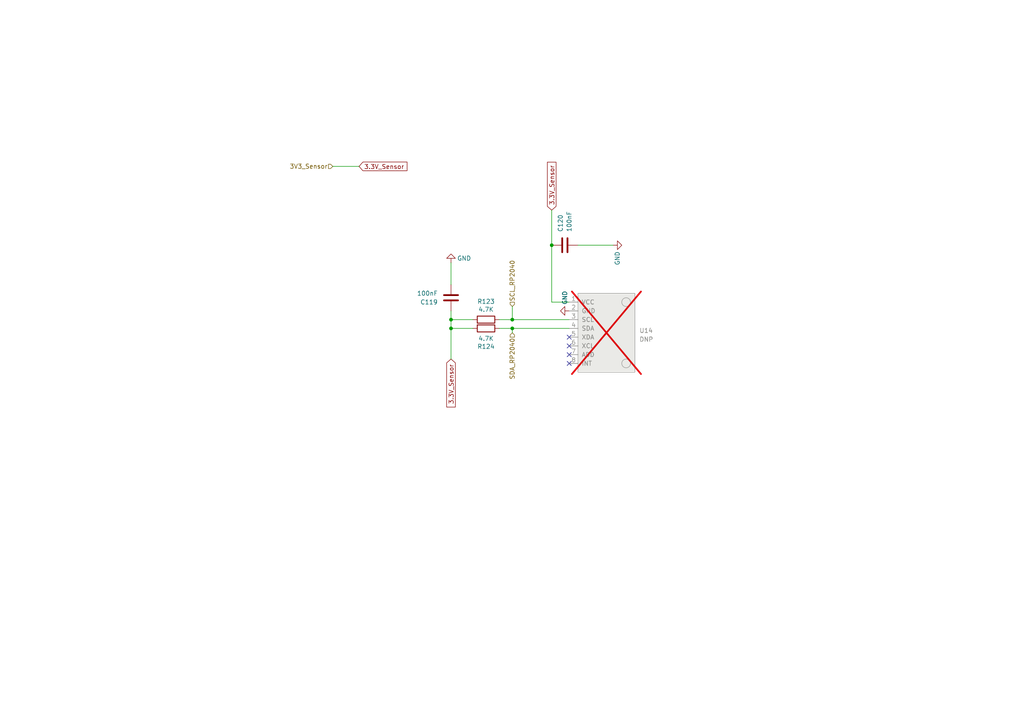
<source format=kicad_sch>
(kicad_sch (version 20231120) (generator "eeschema") (generator_version "8.0")
  (paper "A4")
  (lib_symbols
    (symbol "Device:C" (pin_numbers hide) (pin_names (offset 0.254))
      (property "Reference" "C" (at 0.635 2.54 0))
      (property "Value" "C" (at 0.635 -2.54 0))
      (symbol "C_0_1"
        (polyline (pts (xy -2.032 -0.762) (xy 2.032 -0.762)) (stroke (width 0.508)))
        (polyline (pts (xy -2.032 0.762) (xy 2.032 0.762)) (stroke (width 0.508)))
      )
      (symbol "C_1_1"
        (pin passive line (at 0 3.81 270) (length 2.794) (name "~") (number "1"))
        (pin passive line (at 0 -3.81 90) (length 2.794) (name "~") (number "2"))
      )
    )
    (symbol "Device:R" (pin_numbers hide) (pin_names (offset 0))
      (property "Reference" "R" (at 2.032 0 90))
      (property "Value" "R" (at 0 0 90))
      (symbol "R_0_1"
        (rectangle (start -1.016 -2.54) (end 1.016 2.54) (stroke (width 0.254)))
      )
      (symbol "R_1_1"
        (pin passive line (at 0 3.81 270) (length 1.27) (name "~") (number "1"))
        (pin passive line (at 0 -3.81 90) (length 1.27) (name "~") (number "2"))
      )
    )
    (symbol "Sensor Modules:module_mpu6050" (pin_names (offset 1.016))
      (property "Reference" "U" (at 2.54 21.59 0))
      (property "Value" "module_mpu6050" (at 11.43 -3.81 0))
      (symbol "module_mpu6050_0_1"
        (rectangle (start 2.54 20.32) (end 19.05 -2.54) (fill (type background)))
        (circle (center 16.51 0) (radius 1.27))
        (circle (center 16.51 17.78) (radius 1.27))
      )
      (symbol "module_mpu6050_1_1"
        (pin input line (at 0 17.78 0) (length 2.54) (name "VCC") (number "1"))
        (pin input line (at 0 15.24 0) (length 2.54) (name "GND") (number "2"))
        (pin input line (at 0 12.7 0) (length 2.54) (name "SCL") (number "3"))
        (pin input line (at 0 10.16 0) (length 2.54) (name "SDA") (number "4"))
        (pin input line (at 0 7.62 0) (length 2.54) (name "XDA") (number "5"))
        (pin input line (at 0 5.08 0) (length 2.54) (name "XCL") (number "6"))
        (pin input line (at 0 2.54 0) (length 2.54) (name "ADD") (number "7"))
        (pin input line (at 0 0 0) (length 2.54) (name "INT") (number "8"))
      )
    )
    (symbol "power:GND" (power) (pin_names (offset 0))
      (property "Value" "GND" (at 0 -3.81 0))
      (symbol "GND_0_1"
        (polyline (pts (xy 0 0) (xy 0 -1.27) (xy 1.27 -1.27) (xy 0 -2.54) (xy -1.27 -1.27) (xy 0 -1.27)))
      )
      (symbol "GND_1_1"
        (pin power_in line (at 0 0 270) (length 0) hide (name "GND") (number "1"))
      )
    )
  )
  (junction (at 148.59 92.71))
  (junction (at 148.59 95.25))
  (junction (at 130.81 95.25))
  (junction (at 130.81 92.71))
  (junction (at 160.02 71.12))
  (no_connect (at 165.1 102.87))
  (no_connect (at 165.1 105.41))
  (no_connect (at 165.1 97.79))
  (no_connect (at 165.1 100.33))
  (wire (pts (xy 130.81 104.14) (xy 130.81 95.25)))
  (wire (pts (xy 148.59 96.52) (xy 148.59 95.25)))
  (wire (pts (xy 130.81 92.71) (xy 130.81 90.17)))
  (wire (pts (xy 177.8 71.12) (xy 167.64 71.12)))
  (wire (pts (xy 137.16 92.71) (xy 130.81 92.71)))
  (wire (pts (xy 148.59 92.71) (xy 165.1 92.71)))
  (wire (pts (xy 130.81 82.55) (xy 130.81 76.2)))
  (wire (pts (xy 160.02 87.63) (xy 160.02 71.12)))
  (wire (pts (xy 160.02 71.12) (xy 160.02 60.96)))
  (wire (pts (xy 130.81 95.25) (xy 130.81 92.71)))
  (wire (pts (xy 96.52 48.26) (xy 104.14 48.26)))
  (wire (pts (xy 144.78 92.71) (xy 148.59 92.71)))
  (wire (pts (xy 137.16 95.25) (xy 130.81 95.25)))
  (wire (pts (xy 160.02 87.63) (xy 165.1 87.63)))
  (wire (pts (xy 148.59 95.25) (xy 165.1 95.25)))
  (wire (pts (xy 144.78 95.25) (xy 148.59 95.25)))
  (wire (pts (xy 148.59 92.71) (xy 148.59 88.9)))
  (global_label "3.3V_Sensor" (shape input) (at 160.02 60.96 90) (property "Intersheetrefs" "${INTERSHEET_REFS}" (effects (hide yes))))
  (global_label "3.3V_Sensor" (shape input) (at 104.14 48.26 0) (property "Intersheetrefs" "${INTERSHEET_REFS}" (effects (hide yes))))
  (global_label "3.3V_Sensor" (shape input) (at 130.81 104.14 270) (property "Intersheetrefs" "${INTERSHEET_REFS}" (effects (hide yes))))
  (hierarchical_label "SDA_RP2040" (shape input) (at 148.59 96.52 270))
  (hierarchical_label "SCL_RP2040" (shape input) (at 148.59 88.9 90))
  (hierarchical_label "3V3_Sensor" (shape input) (at 96.52 48.26 180))
  (symbol (lib_id "Device:C") (at 130.81 86.36 180) (unit 1)
    (property "Reference" "C119" (at 127 87.6301 0) (effects (justify left)))
    (property "Value" "100nF" (at 127 85.0901 0) (effects (justify left)))
    (property "Footprint" "Capacitor_SMD:C_0603_1608Metric" (effects (hide yes)))
    (property "MPN" "0603B104K500NT" (effects (hide yes)))
  )
  (symbol (lib_id "Sensor Modules:module_mpu6050") (at 165.1 105.41 0) (unit 1) (dnp yes)
    (property "Reference" "U14" (at 185.42 95.885 0) (effects (justify left)))
    (property "Value" "DNP" (at 185.42 98.425 0) (effects (justify left)))
    (property "Footprint" "SensorModules:module_mpu6050" (effects (hide yes)))
  )
  (symbol (lib_id "power:GND") (at 165.1 90.17 270) (unit 1)
    (property "Reference" "#PWR0153" (effects (hide yes)))
    (property "Value" "GND" (at 163.83 86.36 0))
  )
  (symbol (lib_id "power:GND") (at 130.81 76.2 180) (unit 1)
    (property "Reference" "#PWR0152" (effects (hide yes)))
    (property "Value" "GND" (at 134.62 74.93 0))
  )
  (symbol (lib_id "Device:R") (at 140.97 92.71 270) (unit 1)
    (property "Reference" "R123" (at 140.97 87.4522 90))
    (property "Value" "4.7K" (at 140.97 89.7636 90))
    (property "Footprint" "Resistor_SMD:R_0603_1608Metric" (effects (hide yes)))
    (property "MPN" "0603WAF4701T5E" (effects (hide yes)))
  )
  (symbol (lib_id "Device:R") (at 140.97 95.25 90) (unit 1)
    (property "Reference" "R124" (at 140.97 100.5078 90))
    (property "Value" "4.7K" (at 140.97 98.1964 90))
    (property "Footprint" "Resistor_SMD:R_0603_1608Metric" (effects (hide yes)))
    (property "MPN" "0603WAF4701T5E" (effects (hide yes)))
  )
  (symbol (lib_id "power:GND") (at 177.8 71.12 90) (unit 1)
    (property "Reference" "#PWR0154" (effects (hide yes)))
    (property "Value" "GND" (at 179.07 74.93 0))
  )
  (symbol (lib_id "Device:C") (at 163.83 71.12 90) (unit 1)
    (property "Reference" "C120" (at 162.5599 67.31 0) (effects (justify left)))
    (property "Value" "100nF" (at 165.0999 67.31 0) (effects (justify left)))
    (property "Footprint" "Capacitor_SMD:C_0603_1608Metric" (effects (hide yes)))
    (property "MPN" "0603B104K500NT" (effects (hide yes)))
  )
)
</source>
